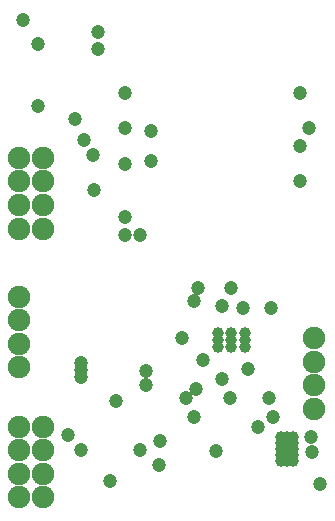
<source format=gbr>
%FSLAX34Y34*%
%MOMM*%
%LNSOLDERMASK_BOTTOM*%
G71*
G01*
%ADD10C, 1.20*%
%ADD11C, 1.90*%
%ADD12C, 1.00*%
%LPD*%
X-204862Y181337D02*
G54D10*
D03*
X-34362Y98837D02*
G54D10*
D03*
X-271862Y28837D02*
G54D11*
D03*
X-271862Y48837D02*
G54D11*
D03*
X-271862Y68837D02*
G54D11*
D03*
X-271862Y88837D02*
G54D11*
D03*
X-204862Y195337D02*
G54D10*
D03*
X-268862Y205837D02*
G54D10*
D03*
X-224362Y121337D02*
G54D10*
D03*
X-255862Y132837D02*
G54D10*
D03*
X-34362Y143837D02*
G54D10*
D03*
X-34362Y68837D02*
G54D10*
D03*
X-181862Y23837D02*
G54D10*
D03*
X-251862Y28837D02*
G54D11*
D03*
X-251862Y48837D02*
G54D11*
D03*
X-251862Y68837D02*
G54D11*
D03*
X-251862Y88837D02*
G54D11*
D03*
X-26862Y113837D02*
G54D10*
D03*
X-181862Y143837D02*
G54D10*
D03*
X-181862Y113837D02*
G54D10*
D03*
X-181862Y83837D02*
G54D10*
D03*
X-216862Y103837D02*
G54D10*
D03*
X-209362Y91337D02*
G54D10*
D03*
X-208362Y61337D02*
G54D10*
D03*
X-181862Y38837D02*
G54D10*
D03*
X-169862Y23837D02*
G54D10*
D03*
X-159862Y86337D02*
G54D10*
D03*
X-159862Y111337D02*
G54D10*
D03*
X-271862Y-198663D02*
G54D11*
D03*
X-271862Y-178663D02*
G54D11*
D03*
X-271862Y-158663D02*
G54D11*
D03*
X-271862Y-138663D02*
G54D11*
D03*
X-251862Y-198663D02*
G54D11*
D03*
X-251862Y-178663D02*
G54D11*
D03*
X-251862Y-158663D02*
G54D11*
D03*
X-251862Y-138663D02*
G54D11*
D03*
X-44862Y-157663D02*
G54D12*
D03*
X-39862Y-157663D02*
G54D12*
D03*
X-49862Y-157663D02*
G54D12*
D03*
X-44862Y-152663D02*
G54D12*
D03*
X-39862Y-152663D02*
G54D12*
D03*
X-49862Y-152663D02*
G54D12*
D03*
X-44862Y-147663D02*
G54D12*
D03*
X-39862Y-147663D02*
G54D12*
D03*
X-49862Y-147663D02*
G54D12*
D03*
X-44862Y-162663D02*
G54D12*
D03*
X-39862Y-162663D02*
G54D12*
D03*
X-49862Y-162663D02*
G54D12*
D03*
X-44862Y-167663D02*
G54D12*
D03*
X-39862Y-167663D02*
G54D12*
D03*
X-49862Y-167663D02*
G54D12*
D03*
X-92362Y-65664D02*
G54D12*
D03*
X-92362Y-71664D02*
G54D12*
D03*
X-92362Y-59664D02*
G54D12*
D03*
X-103862Y-65664D02*
G54D12*
D03*
X-103862Y-71664D02*
G54D12*
D03*
X-103862Y-59664D02*
G54D12*
D03*
X-80862Y-65664D02*
G54D12*
D03*
X-80862Y-71664D02*
G54D12*
D03*
X-80862Y-59664D02*
G54D12*
D03*
X-21862Y-63663D02*
G54D11*
D03*
X-21862Y-83663D02*
G54D11*
D03*
X-82362Y-38164D02*
G54D10*
D03*
X-21862Y-103663D02*
G54D11*
D03*
X-21862Y-123663D02*
G54D11*
D03*
X-78362Y-90164D02*
G54D10*
D03*
X-133862Y-63663D02*
G54D10*
D03*
X-121862Y-106663D02*
G54D10*
D03*
X-130362Y-114164D02*
G54D10*
D03*
X-93362Y-114164D02*
G54D10*
D03*
X-60362Y-114164D02*
G54D10*
D03*
X-24362Y-160164D02*
G54D10*
D03*
X-17362Y-187164D02*
G54D10*
D03*
X-24862Y-147663D02*
G54D10*
D03*
X-56862Y-130663D02*
G54D10*
D03*
X-69862Y-138663D02*
G54D10*
D03*
X-120362Y-21663D02*
G54D10*
D03*
X-104862Y-159663D02*
G54D10*
D03*
X-123862Y-32663D02*
G54D10*
D03*
X-194862Y-184663D02*
G54D10*
D03*
X-219862Y-158663D02*
G54D10*
D03*
X-169862Y-158663D02*
G54D10*
D03*
X-123862Y-130663D02*
G54D10*
D03*
X-152862Y-150663D02*
G54D10*
D03*
X-271862Y-88663D02*
G54D11*
D03*
X-271862Y-68663D02*
G54D11*
D03*
X-271862Y-48663D02*
G54D11*
D03*
X-271862Y-28663D02*
G54D11*
D03*
X-189862Y-116663D02*
G54D10*
D03*
X-219862Y-90663D02*
G54D10*
D03*
X-219862Y-84663D02*
G54D10*
D03*
X-219862Y-96663D02*
G54D10*
D03*
X-153862Y-171663D02*
G54D10*
D03*
X-164862Y-103663D02*
G54D10*
D03*
X-164862Y-91663D02*
G54D10*
D03*
X-230862Y-145663D02*
G54D10*
D03*
X-255862Y185337D02*
G54D10*
D03*
X-58862Y-38664D02*
G54D10*
D03*
X-92862Y-21663D02*
G54D10*
D03*
X-99862Y-36663D02*
G54D10*
D03*
X-100362Y-98663D02*
G54D10*
D03*
X-116237Y-82391D02*
G54D10*
D03*
M02*

</source>
